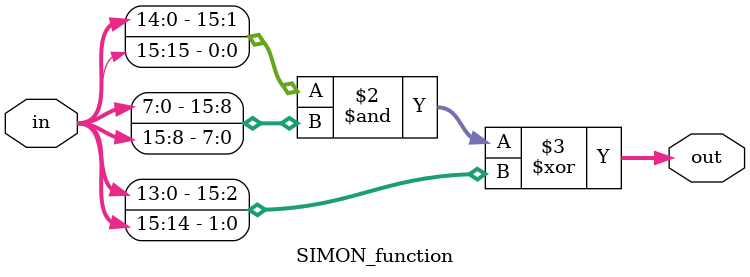
<source format=sv>
module SIMON_function
#(	parameter N = 16,
	parameter M = 4			)
 (	input logic [N-1:0] in,
	output logic [N-1:0] out	);

always_comb
begin
	out = ({in[N-2:0], in[N-1]} & {in[N-9:0], in[N-1:N-8]}) ^ {in[N-3:0], in[N-1:N-2]};
end

endmodule

</source>
